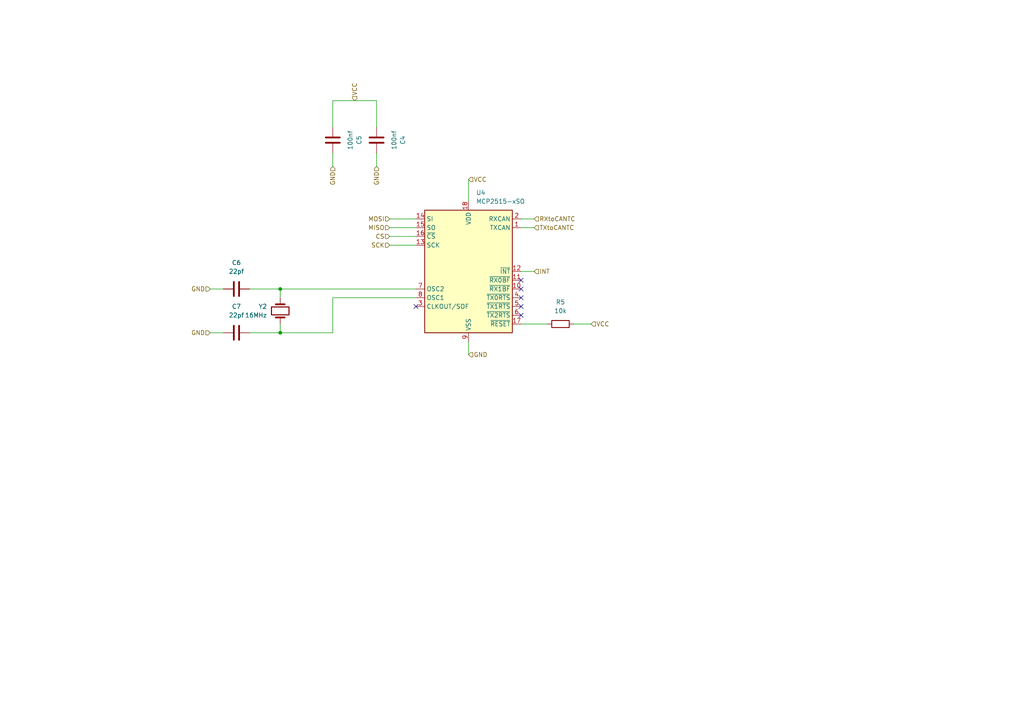
<source format=kicad_sch>
(kicad_sch (version 20231120) (generator "eeschema") (generator_version "8.0")
  (paper "A4")
  (lib_symbols
    (symbol "Device:C" (pin_numbers hide) (pin_names (offset 0.254))
      (property "Reference" "C" (at 0.635 2.54 0))
      (property "Value" "C" (at 0.635 -2.54 0))
      (symbol "C_0_1"
        (polyline (pts (xy -2.032 -0.762) (xy 2.032 -0.762)) (stroke (width 0.508)))
        (polyline (pts (xy -2.032 0.762) (xy 2.032 0.762)) (stroke (width 0.508)))
      )
      (symbol "C_1_1"
        (pin passive line (at 0 3.81 270) (length 2.794) (name "~") (number "1"))
        (pin passive line (at 0 -3.81 90) (length 2.794) (name "~") (number "2"))
      )
    )
    (symbol "Device:Crystal" (pin_numbers hide) (pin_names (offset 1.016) hide)
      (property "Reference" "Y" (at 0 3.81 0))
      (property "Value" "Crystal" (at 0 -3.81 0))
      (symbol "Crystal_0_1"
        (rectangle (start -1.143 2.54) (end 1.143 -2.54) (stroke (width 0.3048)))
        (polyline (pts (xy -2.54 0) (xy -1.905 0)))
        (polyline (pts (xy -1.905 -1.27) (xy -1.905 1.27)) (stroke (width 0.508)))
        (polyline (pts (xy 1.905 -1.27) (xy 1.905 1.27)) (stroke (width 0.508)))
        (polyline (pts (xy 2.54 0) (xy 1.905 0)))
      )
      (symbol "Crystal_1_1"
        (pin passive line (at -3.81 0 0) (length 1.27) (name "1") (number "1"))
        (pin passive line (at 3.81 0 180) (length 1.27) (name "2") (number "2"))
      )
    )
    (symbol "Device:R" (pin_numbers hide) (pin_names (offset 0))
      (property "Reference" "R" (at 2.032 0 90))
      (property "Value" "R" (at 0 0 90))
      (symbol "R_0_1"
        (rectangle (start -1.016 -2.54) (end 1.016 2.54) (stroke (width 0.254)))
      )
      (symbol "R_1_1"
        (pin passive line (at 0 3.81 270) (length 1.27) (name "~") (number "1"))
        (pin passive line (at 0 -3.81 90) (length 1.27) (name "~") (number "2"))
      )
    )
    (symbol "Interface_CAN_LIN:MCP2515-xSO"
      (property "Reference" "U" (at -10.16 19.685 0))
      (property "Value" "MCP2515-xSO" (at 19.05 20.32 0))
      (symbol "MCP2515-xSO_0_1"
        (rectangle (start -12.7 17.78) (end 12.7 -17.78) (stroke (width 0.254)) (fill (type background)))
      )
      (symbol "MCP2515-xSO_1_1"
        (pin output line (at 15.24 12.7 180) (length 2.54) (name "TXCAN") (number "1"))
        (pin output line (at 15.24 -5.08 180) (length 2.54) (name "~{RX1BF}") (number "10"))
        (pin output line (at 15.24 -2.54 180) (length 2.54) (name "~{RX0BF}") (number "11"))
        (pin output line (at 15.24 0 180) (length 2.54) (name "~{INT}") (number "12"))
        (pin input line (at -15.24 7.62 0) (length 2.54) (name "SCK") (number "13"))
        (pin input line (at -15.24 15.24 0) (length 2.54) (name "SI") (number "14"))
        (pin output line (at -15.24 12.7 0) (length 2.54) (name "SO") (number "15"))
        (pin input line (at -15.24 10.16 0) (length 2.54) (name "~{CS}") (number "16"))
        (pin input line (at 15.24 -15.24 180) (length 2.54) (name "~{RESET}") (number "17"))
        (pin power_in line (at 0 20.32 270) (length 2.54) (name "VDD") (number "18"))
        (pin input line (at 15.24 15.24 180) (length 2.54) (name "RXCAN") (number "2"))
        (pin output line (at -15.24 -10.16 0) (length 2.54) (name "CLKOUT/SOF") (number "3"))
        (pin input line (at 15.24 -7.62 180) (length 2.54) (name "~{TX0RTS}") (number "4"))
        (pin input line (at 15.24 -10.16 180) (length 2.54) (name "~{TX1RTS}") (number "5"))
        (pin input line (at 15.24 -12.7 180) (length 2.54) (name "~{TX2RTS}") (number "6"))
        (pin output line (at -15.24 -5.08 0) (length 2.54) (name "OSC2") (number "7"))
        (pin input line (at -15.24 -7.62 0) (length 2.54) (name "OSC1") (number "8"))
        (pin power_in line (at 0 -20.32 90) (length 2.54) (name "VSS") (number "9"))
      )
    )
  )
  (junction (at 81.28 96.52))
  (junction (at 81.28 83.82))
  (no_connect (at 151.13 81.28))
  (no_connect (at 151.13 86.36))
  (no_connect (at 151.13 83.82))
  (no_connect (at 151.13 91.44))
  (no_connect (at 120.65 88.9))
  (no_connect (at 151.13 88.9))
  (wire (pts (xy 96.52 96.52) (xy 96.52 86.36)))
  (wire (pts (xy 151.13 66.04) (xy 154.94 66.04)))
  (wire (pts (xy 81.28 86.36) (xy 81.28 83.82)))
  (wire (pts (xy 64.77 83.82) (xy 60.96 83.82)))
  (wire (pts (xy 81.28 83.82) (xy 120.65 83.82)))
  (wire (pts (xy 72.39 96.52) (xy 81.28 96.52)))
  (wire (pts (xy 96.52 86.36) (xy 120.65 86.36)))
  (wire (pts (xy 113.03 71.12) (xy 120.65 71.12)))
  (wire (pts (xy 109.22 44.45) (xy 109.22 48.26)))
  (wire (pts (xy 81.28 83.82) (xy 72.39 83.82)))
  (wire (pts (xy 113.03 63.5) (xy 120.65 63.5)))
  (wire (pts (xy 113.03 66.04) (xy 120.65 66.04)))
  (wire (pts (xy 96.52 96.52) (xy 81.28 96.52)))
  (wire (pts (xy 151.13 78.74) (xy 154.94 78.74)))
  (wire (pts (xy 135.89 99.06) (xy 135.89 102.87)))
  (wire (pts (xy 96.52 36.83) (xy 96.52 29.21)))
  (wire (pts (xy 166.37 93.98) (xy 171.45 93.98)))
  (wire (pts (xy 109.22 29.21) (xy 109.22 36.83)))
  (wire (pts (xy 113.03 68.58) (xy 120.65 68.58)))
  (wire (pts (xy 151.13 93.98) (xy 158.75 93.98)))
  (wire (pts (xy 81.28 96.52) (xy 81.28 93.98)))
  (wire (pts (xy 151.13 63.5) (xy 154.94 63.5)))
  (wire (pts (xy 96.52 44.45) (xy 96.52 48.26)))
  (wire (pts (xy 135.89 52.07) (xy 135.89 58.42)))
  (wire (pts (xy 96.52 29.21) (xy 109.22 29.21)))
  (wire (pts (xy 64.77 96.52) (xy 60.96 96.52)))
  (hierarchical_label "SCK" (shape input) (at 113.03 71.12 180))
  (hierarchical_label "GND" (shape input) (at 109.22 48.26 270))
  (hierarchical_label "MISO" (shape input) (at 113.03 66.04 180))
  (hierarchical_label "VCC" (shape input) (at 171.45 93.98 0))
  (hierarchical_label "VCC" (shape input) (at 102.87 29.21 90))
  (hierarchical_label "GND" (shape input) (at 96.52 48.26 270))
  (hierarchical_label "CS" (shape input) (at 113.03 68.58 180))
  (hierarchical_label "RXtoCANTC" (shape input) (at 154.94 63.5 0))
  (hierarchical_label "TXtoCANTC" (shape input) (at 154.94 66.04 0))
  (hierarchical_label "MOSI" (shape input) (at 113.03 63.5 180))
  (hierarchical_label "GND" (shape input) (at 135.89 102.87 0))
  (hierarchical_label "GND" (shape input) (at 60.96 83.82 180))
  (hierarchical_label "INT" (shape input) (at 154.94 78.74 0))
  (hierarchical_label "GND" (shape input) (at 60.96 96.52 180))
  (hierarchical_label "VCC" (shape input) (at 135.89 52.07 0))
  (symbol (lib_id "Interface_CAN_LIN:MCP2515-xSO") (at 135.89 78.74 0) (unit 1)
    (property "Reference" "U4" (at 138.0841 55.88 0) (effects (justify left)))
    (property "Value" "MCP2515-xSO" (at 138.0841 58.42 0) (effects (justify left)))
    (property "Footprint" "Package_SO:SOIC-18W_7.5x11.6mm_P1.27mm" (effects (hide yes)))
    (property "Datasheet" "http://ww1.microchip.com/downloads/en/DeviceDoc/21801e.pdf" (effects (hide yes)))
    (property "Description" "Stand-Alone CAN Controller with SPI Interface, SOIC-18" (effects (hide yes)))
  )
  (symbol (lib_id "Device:C") (at 96.52 40.64 0) (unit 1)
    (property "Reference" "C5" (at 104.14 40.64 90))
    (property "Value" "100nf" (at 101.6 40.64 90))
    (property "Footprint" "Capacitor_SMD:C_1206_3216Metric_Pad1.33x1.80mm_HandSolder" (effects (hide yes)))
    (property "Description" "Unpolarized capacitor" (effects (hide yes)))
  )
  (symbol (lib_id "Device:R") (at 162.56 93.98 90) (unit 1)
    (property "Reference" "R5" (at 162.56 87.63 90))
    (property "Value" "10k" (at 162.56 90.17 90))
    (property "Footprint" "Resistor_SMD:R_1206_3216Metric_Pad1.30x1.75mm_HandSolder" (effects (hide yes)))
    (property "Description" "Resistor" (effects (hide yes)))
  )
  (symbol (lib_id "Device:Crystal") (at 81.28 90.17 270) (mirror x) (unit 1)
    (property "Reference" "Y2" (at 77.47 88.8999 90) (effects (justify right)))
    (property "Value" "16MHz" (at 77.47 91.4399 90) (effects (justify right)))
    (property "Footprint" "Crystal:Crystal_HC49-U_Vertical" (effects (hide yes)))
    (property "Description" "Two pin crystal" (effects (hide yes)))
  )
  (symbol (lib_id "Device:C") (at 68.58 83.82 270) (mirror x) (unit 1)
    (property "Reference" "C6" (at 68.58 76.2 90))
    (property "Value" "22pf" (at 68.58 78.74 90))
    (property "Footprint" "Capacitor_SMD:C_1206_3216Metric_Pad1.33x1.80mm_HandSolder" (effects (hide yes)))
    (property "Description" "Unpolarized capacitor" (effects (hide yes)))
  )
  (symbol (lib_id "Device:C") (at 109.22 40.64 0) (unit 1)
    (property "Reference" "C4" (at 116.84 40.64 90))
    (property "Value" "100nf" (at 114.3 40.64 90))
    (property "Footprint" "Capacitor_SMD:C_1206_3216Metric_Pad1.33x1.80mm_HandSolder" (effects (hide yes)))
    (property "Description" "Unpolarized capacitor" (effects (hide yes)))
  )
  (symbol (lib_id "Device:C") (at 68.58 96.52 270) (mirror x) (unit 1)
    (property "Reference" "C7" (at 68.58 88.9 90))
    (property "Value" "22pf" (at 68.58 91.44 90))
    (property "Footprint" "Capacitor_SMD:C_1206_3216Metric_Pad1.33x1.80mm_HandSolder" (effects (hide yes)))
    (property "Description" "Unpolarized capacitor" (effects (hide yes)))
  )
)
</source>
